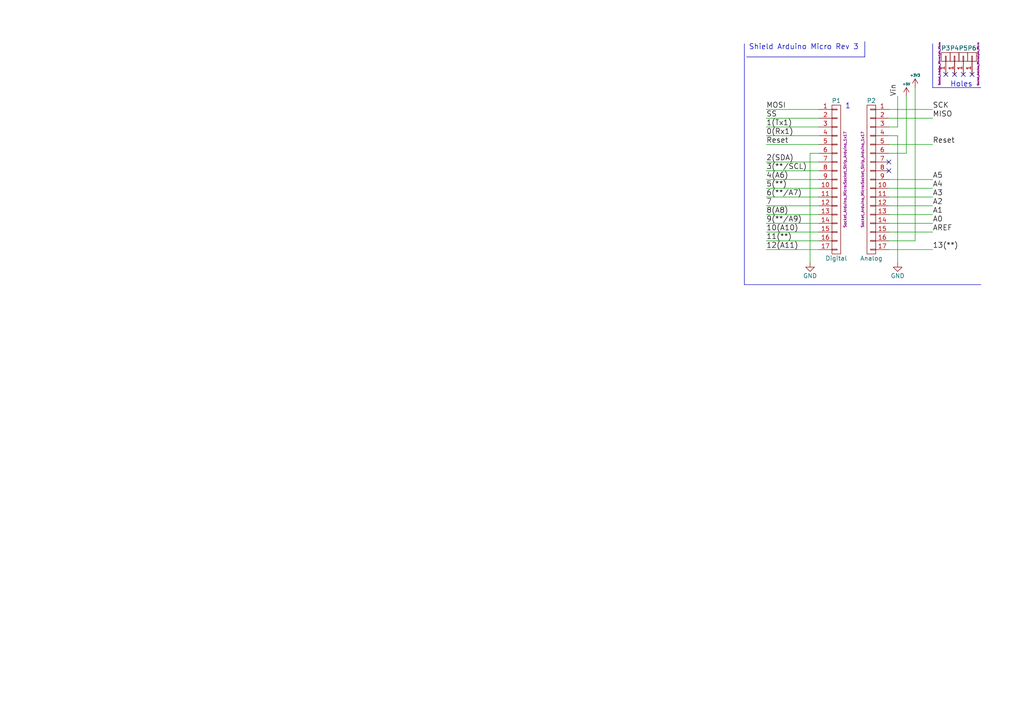
<source format=kicad_sch>
(kicad_sch (version 20230121) (generator eeschema)
  (paper "A4")
  (title_block (date "sam. 04 avril 2015"))
  (lib_symbols
    (symbol "Arduino_Micro-rescue:+3.3V" (power) (pin_names (offset 0))
      (property "Value" "+3.3V" (at 0 3.556 0))
      (symbol "+3.3V_0_1"
        (polyline (pts (xy -0.762 1.27) (xy 0 2.54)))
        (polyline (pts (xy 0 0) (xy 0 2.54)))
        (polyline (pts (xy 0 2.54) (xy 0.762 1.27)))
      )
      (symbol "+3.3V_1_1"
        (pin power_in line (at 0 0 90) (length 0) hide (name "+3V3") (number "1"))
      )
    )
    (symbol "Arduino_Micro-rescue:+5V" (power) (pin_names (offset 0))
      (property "Value" "+5V" (at 0 3.556 0))
      (symbol "+5V_0_1"
        (polyline (pts (xy -0.762 1.27) (xy 0 2.54)))
        (polyline (pts (xy 0 0) (xy 0 2.54)))
        (polyline (pts (xy 0 2.54) (xy 0.762 1.27)))
      )
      (symbol "+5V_1_1"
        (pin power_in line (at 0 0 90) (length 0) hide (name "+5V") (number "1"))
      )
    )
    (symbol "Arduino_Micro-rescue:CONN_01X01" (pin_names (offset 1.016) hide)
      (property "Reference" "P" (at 0 2.54 0))
      (property "Value" "CONN_01X01" (at 2.54 0 90))
      (symbol "CONN_01X01_0_1"
        (rectangle (start -1.27 0.127) (end 0.254 -0.127))
        (rectangle (start -1.27 1.27) (end 1.27 -1.27))
      )
      (symbol "CONN_01X01_1_1"
        (pin passive line (at -5.08 0 0) (length 3.81) (name "P1") (number "1"))
      )
    )
    (symbol "Arduino_Micro-rescue:CONN_01X17" (pin_names (offset 1.016) hide)
      (property "Reference" "P" (at 0 22.86 0))
      (property "Value" "CONN_01X17" (at 2.54 0 90))
      (symbol "CONN_01X17_0_1"
        (rectangle (start -1.27 -20.193) (end 0.254 -20.447))
        (rectangle (start -1.27 -17.653) (end 0.254 -17.907))
        (rectangle (start -1.27 -15.113) (end 0.254 -15.367))
        (rectangle (start -1.27 -12.573) (end 0.254 -12.827))
        (rectangle (start -1.27 -10.033) (end 0.254 -10.287))
        (rectangle (start -1.27 -7.493) (end 0.254 -7.747))
        (rectangle (start -1.27 -4.953) (end 0.254 -5.207))
        (rectangle (start -1.27 -2.413) (end 0.254 -2.667))
        (rectangle (start -1.27 0.127) (end 0.254 -0.127))
        (rectangle (start -1.27 2.667) (end 0.254 2.413))
        (rectangle (start -1.27 5.207) (end 0.254 4.953))
        (rectangle (start -1.27 7.747) (end 0.254 7.493))
        (rectangle (start -1.27 10.287) (end 0.254 10.033))
        (rectangle (start -1.27 12.827) (end 0.254 12.573))
        (rectangle (start -1.27 15.367) (end 0.254 15.113))
        (rectangle (start -1.27 17.907) (end 0.254 17.653))
        (rectangle (start -1.27 20.447) (end 0.254 20.193))
        (rectangle (start -1.27 21.59) (end 1.27 -21.59))
      )
      (symbol "CONN_01X17_1_1"
        (pin passive line (at -5.08 20.32 0) (length 3.81) (name "P1") (number "1"))
        (pin passive line (at -5.08 -2.54 0) (length 3.81) (name "P10") (number "10"))
        (pin passive line (at -5.08 -5.08 0) (length 3.81) (name "P11") (number "11"))
        (pin passive line (at -5.08 -7.62 0) (length 3.81) (name "P12") (number "12"))
        (pin passive line (at -5.08 -10.16 0) (length 3.81) (name "P13") (number "13"))
        (pin passive line (at -5.08 -12.7 0) (length 3.81) (name "P14") (number "14"))
        (pin passive line (at -5.08 -15.24 0) (length 3.81) (name "P15") (number "15"))
        (pin passive line (at -5.08 -17.78 0) (length 3.81) (name "P16") (number "16"))
        (pin passive line (at -5.08 -20.32 0) (length 3.81) (name "P17") (number "17"))
        (pin passive line (at -5.08 17.78 0) (length 3.81) (name "P2") (number "2"))
        (pin passive line (at -5.08 15.24 0) (length 3.81) (name "P3") (number "3"))
        (pin passive line (at -5.08 12.7 0) (length 3.81) (name "P4") (number "4"))
        (pin passive line (at -5.08 10.16 0) (length 3.81) (name "P5") (number "5"))
        (pin passive line (at -5.08 7.62 0) (length 3.81) (name "P6") (number "6"))
        (pin passive line (at -5.08 5.08 0) (length 3.81) (name "P7") (number "7"))
        (pin passive line (at -5.08 2.54 0) (length 3.81) (name "P8") (number "8"))
        (pin passive line (at -5.08 0 0) (length 3.81) (name "P9") (number "9"))
      )
    )
    (symbol "Arduino_Micro-rescue:GND" (power) (pin_names (offset 0))
      (property "Value" "GND" (at 0 -3.81 0))
      (symbol "GND_0_1"
        (polyline (pts (xy 0 0) (xy 0 -1.27) (xy 1.27 -1.27) (xy 0 -2.54) (xy -1.27 -1.27) (xy 0 -1.27)))
      )
      (symbol "GND_1_1"
        (pin power_in line (at 0 0 270) (length 0) hide (name "GND") (number "1"))
      )
    )
  )
  (no_connect (at 257.81 49.53))
  (no_connect (at 257.81 46.99))
  (no_connect (at 279.4 21.59))
  (no_connect (at 276.86 21.59))
  (no_connect (at 274.32 21.59))
  (no_connect (at 281.94 21.59))
  (wire (pts (xy 270.51 64.77) (xy 257.81 64.77)))
  (wire (pts (xy 257.81 34.29) (xy 270.51 34.29)))
  (polyline (pts (xy 216.535 16.51) (xy 250.825 16.51)))
  (wire (pts (xy 222.25 69.85) (xy 237.49 69.85)))
  (wire (pts (xy 270.51 41.91) (xy 257.81 41.91)))
  (wire (pts (xy 222.25 62.23) (xy 237.49 62.23)))
  (wire (pts (xy 260.35 36.83) (xy 260.35 27.94)))
  (polyline (pts (xy 284.48 25.4) (xy 270.51 25.4)))
  (wire (pts (xy 270.51 72.39) (xy 257.81 72.39)))
  (wire (pts (xy 222.25 34.29) (xy 237.49 34.29)))
  (wire (pts (xy 222.25 67.31) (xy 237.49 67.31)))
  (wire (pts (xy 222.25 41.91) (xy 237.49 41.91)))
  (wire (pts (xy 222.25 39.37) (xy 237.49 39.37)))
  (wire (pts (xy 222.25 54.61) (xy 237.49 54.61)))
  (wire (pts (xy 257.81 54.61) (xy 270.51 54.61)))
  (polyline (pts (xy 250.825 16.51) (xy 250.825 12.065)))
  (wire (pts (xy 222.25 72.39) (xy 237.49 72.39)))
  (wire (pts (xy 257.81 36.83) (xy 260.35 36.83)))
  (wire (pts (xy 270.51 57.15) (xy 257.81 57.15)))
  (wire (pts (xy 222.25 46.99) (xy 237.49 46.99)))
  (wire (pts (xy 257.81 67.31) (xy 270.51 67.31)))
  (wire (pts (xy 270.51 31.75) (xy 257.81 31.75)))
  (polyline (pts (xy 215.9 82.55) (xy 284.48 82.55)))
  (wire (pts (xy 257.81 62.23) (xy 270.51 62.23)))
  (wire (pts (xy 222.25 52.07) (xy 237.49 52.07)))
  (wire (pts (xy 257.81 44.45) (xy 262.89 44.45)))
  (polyline (pts (xy 215.9 12.7) (xy 215.9 82.55)))
  (polyline (pts (xy 270.51 25.4) (xy 270.51 12.7)))
  (wire (pts (xy 265.43 25.4) (xy 265.43 69.85)))
  (wire (pts (xy 222.25 64.77) (xy 237.49 64.77)))
  (wire (pts (xy 222.25 49.53) (xy 237.49 49.53)))
  (wire (pts (xy 222.25 59.69) (xy 237.49 59.69)))
  (wire (pts (xy 270.51 52.07) (xy 257.81 52.07)))
  (wire (pts (xy 260.35 39.37) (xy 260.35 76.2)))
  (wire (pts (xy 262.89 44.45) (xy 262.89 27.94)))
  (wire (pts (xy 234.95 44.45) (xy 234.95 76.2)))
  (wire (pts (xy 222.25 57.15) (xy 237.49 57.15)))
  (wire (pts (xy 265.43 69.85) (xy 257.81 69.85)))
  (wire (pts (xy 222.25 36.83) (xy 237.49 36.83)))
  (wire (pts (xy 270.51 59.69) (xy 257.81 59.69)))
  (wire (pts (xy 257.81 39.37) (xy 260.35 39.37)))
  (wire (pts (xy 222.25 31.75) (xy 237.49 31.75)))
  (wire (pts (xy 237.49 44.45) (xy 234.95 44.45)))
  (text "1" (at 245.11 31.75 0) (effects (font (size 1.524 1.524)) (justify left bottom)))
  (text "Shield Arduino Micro Rev 3" (at 217.17 14.605 0) (effects (font (size 1.524 1.524)) (justify left bottom)))
  (text "Holes" (at 275.59 25.4 0) (effects (font (size 1.524 1.524)) (justify left bottom)))
  (label "10(A10)" (at 222.25 67.31 0) (effects (font (size 1.524 1.524))))
  (label "Vin" (at 260.35 27.94 90) (effects (font (size 1.524 1.524))))
  (label "A3" (at 270.51 57.15 0) (effects (font (size 1.524 1.524))))
  (label "4(A6)" (at 222.25 52.07 0) (effects (font (size 1.524 1.524))))
  (label "12(A11)" (at 222.25 72.39 0) (effects (font (size 1.524 1.524))))
  (label "SS" (at 222.25 34.29 0) (effects (font (size 1.524 1.524))))
  (label "7" (at 222.25 59.69 0) (effects (font (size 1.524 1.524))))
  (label "3(**/SCL)" (at 222.25 49.53 0) (effects (font (size 1.524 1.524))))
  (label "A2" (at 270.51 59.69 0) (effects (font (size 1.524 1.524))))
  (label "Reset" (at 222.25 41.91 0) (effects (font (size 1.524 1.524))))
  (label "8(A8)" (at 222.25 62.23 0) (effects (font (size 1.524 1.524))))
  (label "1(Tx1)" (at 222.25 36.83 0) (effects (font (size 1.524 1.524))))
  (label "2(SDA)" (at 222.25 46.99 0) (effects (font (size 1.524 1.524))))
  (label "A4" (at 270.51 54.61 0) (effects (font (size 1.524 1.524))))
  (label "A1" (at 270.51 62.23 0) (effects (font (size 1.524 1.524))))
  (label "A0" (at 270.51 64.77 0) (effects (font (size 1.524 1.524))))
  (label "5(**)" (at 222.25 54.61 0) (effects (font (size 1.524 1.524))))
  (label "0(Rx1)" (at 222.25 39.37 0) (effects (font (size 1.524 1.524))))
  (label "13(**)" (at 270.51 72.39 0) (effects (font (size 1.524 1.524))))
  (label "Reset" (at 270.51 41.91 0) (effects (font (size 1.524 1.524))))
  (label "11(**)" (at 222.25 69.85 0) (effects (font (size 1.524 1.524))))
  (label "MISO" (at 270.51 34.29 0) (effects (font (size 1.524 1.524))))
  (label "9(**/A9)" (at 222.25 64.77 0) (effects (font (size 1.524 1.524))))
  (label "A5" (at 270.51 52.07 0) (effects (font (size 1.524 1.524))))
  (label "SCK" (at 270.51 31.75 0) (effects (font (size 1.524 1.524))))
  (label "MOSI" (at 222.25 31.75 0) (effects (font (size 1.524 1.524))))
  (label "6(**/A7)" (at 222.25 57.15 0) (effects (font (size 1.524 1.524))))
  (label "AREF" (at 270.51 67.31 0) (effects (font (size 1.524 1.524))))
  (symbol (lib_id "Arduino_Micro-rescue:CONN_01X17") (at 242.57 52.07 0) (unit 1)
    (property "Reference" "P1" (at 242.57 29.21 0))
    (property "Value" "Digital" (at 242.57 74.93 0))
    (property "Footprint" "Socket_Arduino_Micro:Socket_Strip_Arduino_1x17" (at 245.11 52.07 90) (effects (font (size 0.762 0.762))))
  )
  (symbol (lib_id "Arduino_Micro-rescue:CONN_01X17") (at 252.73 52.07 0) (mirror y) (unit 1)
    (property "Reference" "P2" (at 252.73 29.21 0))
    (property "Value" "Analog" (at 252.73 74.93 0))
    (property "Footprint" "Socket_Arduino_Micro:Socket_Strip_Arduino_1x17" (at 250.19 52.07 90) (effects (font (size 0.762 0.762))))
  )
  (symbol (lib_id "Arduino_Micro-rescue:GND") (at 234.95 76.2 0) (unit 1)
    (property "Reference" "#PWR01" (effects hide))
    (property "Value" "GND" (at 234.95 80.01 0))
  )
  (symbol (lib_id "Arduino_Micro-rescue:+5V") (at 262.89 27.94 0) (unit 1)
    (property "Reference" "#PWR02" (effects hide))
    (property "Value" "+5V" (at 262.89 24.384 0) (effects (font (size 0.7112 0.7112))))
  )
  (symbol (lib_id "Arduino_Micro-rescue:GND") (at 260.35 76.2 0) (unit 1)
    (property "Reference" "#PWR03" (effects hide))
    (property "Value" "GND" (at 260.35 80.01 0))
  )
  (symbol (lib_id "Arduino_Micro-rescue:+3.3V") (at 265.43 25.4 0) (unit 1)
    (property "Reference" "#PWR04" (effects hide))
    (property "Value" "+3.3V" (at 265.43 21.844 0) (effects (font (size 0.7112 0.7112))))
  )
  (symbol (lib_id "Arduino_Micro-rescue:CONN_01X01") (at 274.32 16.51 90) (unit 1)
    (property "Reference" "P3" (at 274.32 13.97 90))
    (property "Value" "CONN_01X01" (effects hide))
    (property "Footprint" "Socket_Arduino_Micro:1pin_Micro" (at 272.4912 18.4912 0) (effects (font (size 0.508 0.508))))
  )
  (symbol (lib_id "Arduino_Micro-rescue:CONN_01X01") (at 276.86 16.51 90) (unit 1)
    (property "Reference" "P4" (at 276.86 13.97 90))
    (property "Value" "CONN_01X01" (effects hide))
    (property "Footprint" "Socket_Arduino_Micro:1pin_Micro" (effects hide))
  )
  (symbol (lib_id "Arduino_Micro-rescue:CONN_01X01") (at 279.4 16.51 90) (unit 1)
    (property "Reference" "P5" (at 279.4 13.97 90))
    (property "Value" "CONN_01X01" (effects hide))
    (property "Footprint" "Socket_Arduino_Micro:1pin_Micro" (effects hide))
  )
  (symbol (lib_id "Arduino_Micro-rescue:CONN_01X01") (at 281.94 16.51 90) (unit 1)
    (property "Reference" "P6" (at 281.94 13.97 90))
    (property "Value" "CONN_01X01" (effects hide))
    (property "Footprint" "Socket_Arduino_Micro:1pin_Micro" (at 283.6926 18.5674 0) (effects (font (size 0.508 0.508))))
  )
)
</source>
